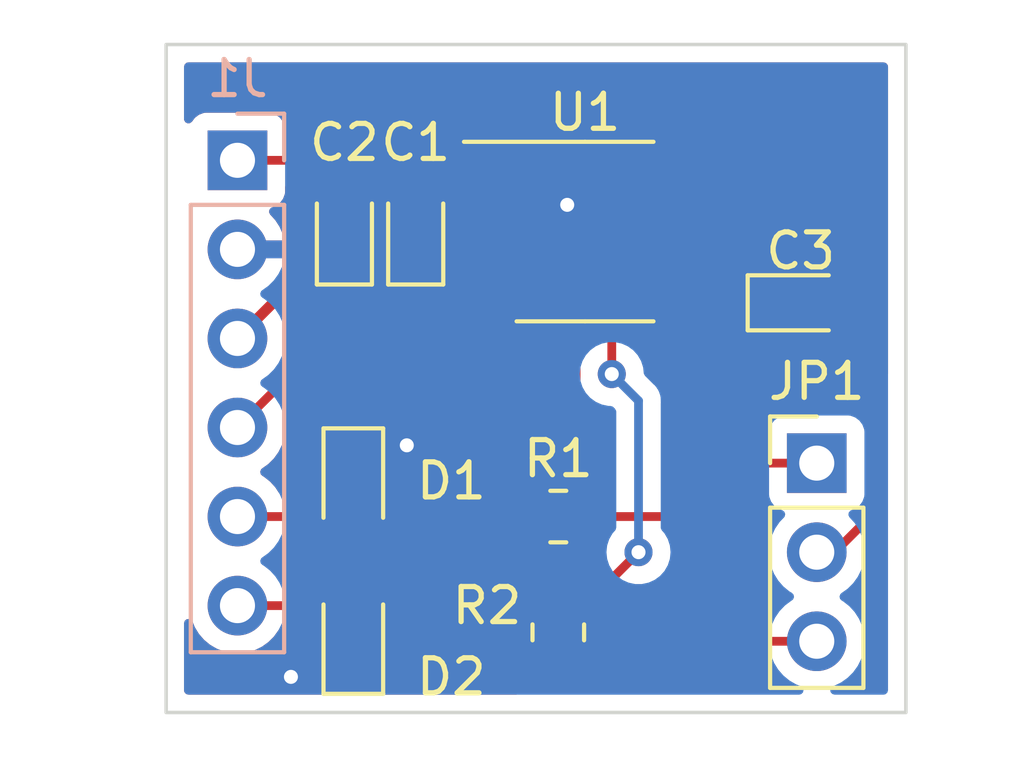
<source format=kicad_pcb>
(kicad_pcb (version 20211014) (generator pcbnew)
  (title_block (title "SDM Can Board") (date "2022-06-25") (rev "v1.0") (company "Sun Devil Motorsports Data Acquisition"))
  (layers (0 "F.Cu" signal) (31 "B.Cu" signal) (34 "B.Paste" user) (35 "F.Paste" user) (36 "B.SilkS" user "B.Silkscreen") (37 "F.SilkS" user "F.Silkscreen") (38 "B.Mask" user) (39 "F.Mask" user) (44 "Edge.Cuts" user))
  (net 0 "")
  (net 1 "+3V3")
  (net 2 "GND")
  (net 3 "/VREF")
  (net 4 "/CANL")
  (net 5 "/CANH")
  (net 6 "/CTX")
  (net 7 "/CRX")
  (net 8 "Net-(JP1-Pad1)")
  (net 9 "Net-(JP1-Pad3)")
  (footprint "Capacitor_Tantalum_SMD:CP_EIA-1608-08_AVX-J" (layer "F.Cu") (at 131.572 103.124 90)
    (fp_text reference "C1" (at 2.54 0 180) (layer "F.SilkS"))
    (fp_text value "100nF")
    (fp_line (start 0.8 -0.785) (end -1.51 -0.785) (layer "F.SilkS") (width 0.12))
    (fp_line (start -1.51 -0.785) (end -1.51 0.785) (layer "F.SilkS") (width 0.12))
    (fp_line (start -1.51 0.785) (end 0.8 0.785) (layer "F.SilkS") (width 0.12))
    (pad "1" smd roundrect (at -0.7125 0 90) (size 1.075 1.05) (layers "F.Cu" "F.Paste" "F.Mask") (roundrect_rratio 0.238095) (net 1 "+3V3"))
    (pad "2" smd roundrect (at 0.7125 0 90) (size 1.075 1.05) (layers "F.Cu" "F.Paste" "F.Mask") (roundrect_rratio 0.238095) (net 2 "GND"))
  )
  (footprint "Diode_SMD:D_SOD-323" (layer "F.Cu") (at 129.794 110.236 -90)
    (fp_text reference "D1" (at 0 -2.794 180) (layer "F.SilkS"))
    (fp_text value "D_TVS")
    (fp_line (start -1.5 -0.85) (end -1.5 0.85) (layer "F.SilkS") (width 0.12))
    (fp_line (start -1.5 0.85) (end 1.05 0.85) (layer "F.SilkS") (width 0.12))
    (fp_line (start -1.5 -0.85) (end 1.05 -0.85) (layer "F.SilkS") (width 0.12))
    (pad "1" smd rect (at -1.05 0 270) (size 0.6 0.45) (layers "F.Cu" "F.Paste" "F.Mask") (net 2 "GND"))
    (pad "2" smd rect (at 1.05 0 270) (size 0.6 0.45) (layers "F.Cu" "F.Paste" "F.Mask") (net 5 "/CANH"))
  )
  (footprint "Capacitor_Tantalum_SMD:CP_EIA-1608-08_AVX-J" (layer "F.Cu") (at 129.54 103.124 90)
    (fp_text reference "C2" (at 2.54 0 180) (layer "F.SilkS"))
    (fp_text value "100nF")
    (fp_line (start -1.51 -0.785) (end -1.51 0.785) (layer "F.SilkS") (width 0.12))
    (fp_line (start -1.51 0.785) (end 0.8 0.785) (layer "F.SilkS") (width 0.12))
    (fp_line (start 0.8 -0.785) (end -1.51 -0.785) (layer "F.SilkS") (width 0.12))
    (pad "1" smd roundrect (at -0.7125 0 90) (size 1.075 1.05) (layers "F.Cu" "F.Paste" "F.Mask") (roundrect_rratio 0.238095) (net 1 "+3V3"))
    (pad "2" smd roundrect (at 0.7125 0 90) (size 1.075 1.05) (layers "F.Cu" "F.Paste" "F.Mask") (roundrect_rratio 0.238095) (net 2 "GND"))
  )
  (footprint "Resistor_SMD:R_0805_2012Metric" (layer "F.Cu") (at 135.636 114.554 90)
    (fp_text reference "R2" (at 0.762 -2.032 180) (layer "F.SilkS"))
    (fp_text value "60")
    (fp_line (start -0.227064 -0.735) (end 0.227064 -0.735) (layer "F.SilkS") (width 0.12))
    (fp_line (start -0.227064 0.735) (end 0.227064 0.735) (layer "F.SilkS") (width 0.12))
    (pad "1" smd roundrect (at -0.9125 0 90) (size 1.025 1.4) (layers "F.Cu" "F.Paste" "F.Mask") (roundrect_rratio 0.243902) (net 9 "Net-(JP1-Pad3)"))
    (pad "2" smd roundrect (at 0.9125 0 90) (size 1.025 1.4) (layers "F.Cu" "F.Paste" "F.Mask") (roundrect_rratio 0.243902) (net 4 "/CANL"))
  )
  (footprint "Capacitor_Tantalum_SMD:CP_EIA-1608-08_AVX-J" (layer "F.Cu") (at 142.5435 105.156)
    (fp_text reference "C3" (at 0 -1.48) (layer "F.SilkS"))
    (fp_text value "4.7nF")
    (fp_line (start -1.51 0.785) (end 0.8 0.785) (layer "F.SilkS") (width 0.12))
    (fp_line (start 0.8 -0.785) (end -1.51 -0.785) (layer "F.SilkS") (width 0.12))
    (fp_line (start -1.51 -0.785) (end -1.51 0.785) (layer "F.SilkS") (width 0.12))
    (pad "1" smd roundrect (at -0.7125 0) (size 1.075 1.05) (layers "F.Cu" "F.Paste" "F.Mask") (roundrect_rratio 0.238095) (net 3 "/VREF"))
    (pad "2" smd roundrect (at 0.7125 0) (size 1.075 1.05) (layers "F.Cu" "F.Paste" "F.Mask") (roundrect_rratio 0.238095) (net 2 "GND"))
  )
  (footprint "Diode_SMD:D_SOD-323" (layer "F.Cu") (at 129.794 114.808 90)
    (fp_text reference "D2" (at -1.016 2.794 180) (layer "F.SilkS"))
    (fp_text value "D_TVS")
    (fp_line (start -1.5 -0.85) (end -1.5 0.85) (layer "F.SilkS") (width 0.12))
    (fp_line (start -1.5 -0.85) (end 1.05 -0.85) (layer "F.SilkS") (width 0.12))
    (fp_line (start -1.5 0.85) (end 1.05 0.85) (layer "F.SilkS") (width 0.12))
    (pad "1" smd rect (at -1.05 0 90) (size 0.6 0.45) (layers "F.Cu" "F.Paste" "F.Mask") (net 2 "GND"))
    (pad "2" smd rect (at 1.05 0 90) (size 0.6 0.45) (layers "F.Cu" "F.Paste" "F.Mask") (net 4 "/CANL"))
  )
  (footprint "Package_SO:SOIC-8_3.9x4.9mm_P1.27mm" (layer "F.Cu") (at 136.398 103.124)
    (fp_text reference "U1" (at 0 -3.4) (layer "F.SilkS"))
    (fp_text value "SN65HVD230")
    (fp_line (start 0 2.56) (end -1.95 2.56) (layer "F.SilkS") (width 0.12))
    (fp_line (start 0 2.56) (end 1.95 2.56) (layer "F.SilkS") (width 0.12))
    (fp_line (start 0 -2.56) (end -3.45 -2.56) (layer "F.SilkS") (width 0.12))
    (fp_line (start 0 -2.56) (end 1.95 -2.56) (layer "F.SilkS") (width 0.12))
    (pad "1" smd roundrect (at -2.475 -1.905) (size 1.95 0.6) (layers "F.Cu" "F.Paste" "F.Mask") (net 6 "/CTX"))
    (pad "2" smd roundrect (at -2.475 -0.635) (size 1.95 0.6) (layers "F.Cu" "F.Paste" "F.Mask") (net 2 "GND"))
    (pad "3" smd roundrect (at -2.475 0.635) (size 1.95 0.6) (layers "F.Cu" "F.Paste" "F.Mask") (net 1 "+3V3"))
    (pad "4" smd roundrect (at -2.475 1.905) (size 1.95 0.6) (layers "F.Cu" "F.Paste" "F.Mask") (net 7 "/CRX"))
    (pad "5" smd roundrect (at 2.475 1.905) (size 1.95 0.6) (layers "F.Cu" "F.Paste" "F.Mask") (net 3 "/VREF"))
    (pad "6" smd roundrect (at 2.475 0.635) (size 1.95 0.6) (layers "F.Cu" "F.Paste" "F.Mask") (net 4 "/CANL"))
    (pad "7" smd roundrect (at 2.475 -0.635) (size 1.95 0.6) (layers "F.Cu" "F.Paste" "F.Mask") (net 5 "/CANH"))
    (pad "8" smd roundrect (at 2.475 -1.905) (size 1.95 0.6) (layers "F.Cu" "F.Paste" "F.Mask") (net 2 "GND"))
  )
  (footprint "Resistor_SMD:R_0805_2012Metric" (layer "F.Cu") (at 135.636 111.252)
    (fp_text reference "R1" (at 0 -1.65) (layer "F.SilkS"))
    (fp_text value "60")
    (fp_line (start -0.227064 -0.735) (end 0.227064 -0.735) (layer "F.SilkS") (width 0.12))
    (fp_line (start -0.227064 0.735) (end 0.227064 0.735) (layer "F.SilkS") (width 0.12))
    (pad "1" smd roundrect (at -0.9125 0) (size 1.025 1.4) (layers "F.Cu" "F.Paste" "F.Mask") (roundrect_rratio 0.243902) (net 5 "/CANH"))
    (pad "2" smd roundrect (at 0.9125 0) (size 1.025 1.4) (layers "F.Cu" "F.Paste" "F.Mask") (roundrect_rratio 0.243902) (net 8 "Net-(JP1-Pad1)"))
  )
  (footprint "Connector_PinHeader_2.54mm:PinHeader_1x03_P2.54mm_Vertical" (layer "F.Cu") (at 143.002 109.728)
    (fp_text reference "JP1" (at 0 -2.33) (layer "F.SilkS"))
    (fp_text value "Jumper_3_Open")
    (fp_line (start -1.33 1.27) (end -1.33 6.41) (layer "F.SilkS") (width 0.12))
    (fp_line (start -1.33 -1.33) (end 0 -1.33) (layer "F.SilkS") (width 0.12))
    (fp_line (start -1.33 0) (end -1.33 -1.33) (layer "F.SilkS") (width 0.12))
    (fp_line (start -1.33 1.27) (end 1.33 1.27) (layer "F.SilkS") (width 0.12))
    (fp_line (start 1.33 1.27) (end 1.33 6.41) (layer "F.SilkS") (width 0.12))
    (fp_line (start -1.33 6.41) (end 1.33 6.41) (layer "F.SilkS") (width 0.12))
    (pad "1" thru_hole rect (at 0 0) (size 1.7 1.7) (drill 1) (layers *.Cu *.Mask) (net 8 "Net-(JP1-Pad1)"))
    (pad "2" thru_hole oval (at 0 2.54) (size 1.7 1.7) (drill 1) (layers *.Cu *.Mask) (net 3 "/VREF"))
    (pad "3" thru_hole oval (at 0 5.08) (size 1.7 1.7) (drill 1) (layers *.Cu *.Mask) (net 9 "Net-(JP1-Pad3)"))
  )
  (footprint "Connector_PinHeader_2.54mm:PinHeader_1x06_P2.54mm_Vertical" (layer "B.Cu") (at 126.492 101.092 180)
    (fp_text reference "J1" (at 0 2.33) (layer "B.SilkS") (effects (justify mirror)))
    (fp_text value "Conn_01x06_Male")
    (fp_line (start -1.33 0) (end -1.33 1.33) (layer "B.SilkS") (width 0.12))
    (fp_line (start -1.33 -1.27) (end 1.33 -1.27) (layer "B.SilkS") (width 0.12))
    (fp_line (start -1.33 -1.27) (end -1.33 -14.03) (layer "B.SilkS") (width 0.12))
    (fp_line (start 1.33 -1.27) (end 1.33 -14.03) (layer "B.SilkS") (width 0.12))
    (fp_line (start -1.33 -14.03) (end 1.33 -14.03) (layer "B.SilkS") (width 0.12))
    (fp_line (start -1.33 1.33) (end 0 1.33) (layer "B.SilkS") (width 0.12))
    (pad "1" thru_hole rect (at 0 0 180) (size 1.7 1.7) (drill 1) (layers *.Cu *.Mask) (net 6 "/CTX"))
    (pad "2" thru_hole oval (at 0 -2.54 180) (size 1.7 1.7) (drill 1) (layers *.Cu *.Mask) (net 2 "GND"))
    (pad "3" thru_hole oval (at 0 -5.08 180) (size 1.7 1.7) (drill 1) (layers *.Cu *.Mask) (net 1 "+3V3"))
    (pad "4" thru_hole oval (at 0 -7.62 180) (size 1.7 1.7) (drill 1) (layers *.Cu *.Mask) (net 7 "/CRX"))
    (pad "5" thru_hole oval (at 0 -10.16 180) (size 1.7 1.7) (drill 1) (layers *.Cu *.Mask) (net 5 "/CANH"))
    (pad "6" thru_hole oval (at 0 -12.7 180) (size 1.7 1.7) (drill 1) (layers *.Cu *.Mask) (net 4 "/CANL"))
  )
  (gr_rect (start 124.46 116.84) (end 145.542 97.79) (layer "Edge.Cuts") (width 0.1) (fill none))
  (segment (start 129.54 103.8365) (end 131.572 103.8365) (width 0.3) (layer "F.Cu") (net 1))
  (segment (start 131.572 103.8365) (end 133.8455 103.8365) (width 0.3) (layer "F.Cu") (net 1))
  (segment (start 126.492 106.172) (end 128.8275 103.8365) (width 0.3) (layer "F.Cu") (net 1))
  (segment (start 133.8455 103.8365) (end 133.923 103.759) (width 0.3) (layer "F.Cu") (net 1))
  (segment (start 128.8275 103.8365) (end 129.54 103.8365) (width 0.3) (layer "F.Cu") (net 1))
  (via (at 128.016 115.824) (size 0.8) (drill 0.4) (layers "F.Cu" "B.Cu") (net 2))
  (via (at 135.89 102.362) (size 0.8) (drill 0.4) (layers "F.Cu" "B.Cu") (net 2))
  (via (at 131.318 109.22) (size 0.8) (drill 0.4) (layers "F.Cu" "B.Cu") (net 2))
  (segment (start 138.873 105.029) (end 141.704 105.029) (width 0.25) (layer "F.Cu") (net 3))
  (segment (start 144.78 108.126383) (end 144.78 110.998) (width 0.25) (layer "F.Cu") (net 3))
  (segment (start 141.704 105.029) (end 141.831 105.156) (width 0.25) (layer "F.Cu") (net 3))
  (segment (start 141.831 105.156) (end 141.831 105.177383) (width 0.25) (layer "F.Cu") (net 3))
  (segment (start 144.78 110.998) (end 143.51 112.268) (width 0.25) (layer "F.Cu") (net 3))
  (segment (start 141.831 105.177383) (end 144.78 108.126383) (width 0.25) (layer "F.Cu") (net 3))
  (segment (start 143.51 112.268) (end 143.002 112.268) (width 0.25) (layer "F.Cu") (net 3))
  (segment (start 129.76 113.792) (end 129.794 113.758) (width 0.25) (layer "F.Cu") (net 4))
  (segment (start 135.5195 113.758) (end 135.636 113.6415) (width 0.25) (layer "F.Cu") (net 4))
  (segment (start 138.425538 103.759) (end 137.16 105.024538) (width 0.25) (layer "F.Cu") (net 4))
  (segment (start 136.5485 113.6415) (end 135.636 113.6415) (width 0.25) (layer "F.Cu") (net 4))
  (segment (start 138.873 103.759) (end 138.425538 103.759) (width 0.25) (layer "F.Cu") (net 4))
  (segment (start 126.492 113.792) (end 129.76 113.792) (width 0.25) (layer "F.Cu") (net 4))
  (segment (start 129.794 113.758) (end 135.5195 113.758) (width 0.25) (layer "F.Cu") (net 4))
  (segment (start 137.16 105.918) (end 137.16 107.188) (width 0.25) (layer "F.Cu") (net 4))
  (segment (start 137.922 112.268) (end 136.5485 113.6415) (width 0.25) (layer "F.Cu") (net 4))
  (segment (start 137.16 105.024538) (end 137.16 105.918) (width 0.25) (layer "F.Cu") (net 4))
  (via (at 137.922 112.268) (size 0.8) (drill 0.4) (layers "F.Cu" "B.Cu") (net 4))
  (via (at 137.16 107.188) (size 0.8) (drill 0.4) (layers "F.Cu" "B.Cu") (net 4))
  (segment (start 137.922 107.95) (end 137.922 112.268) (width 0.25) (layer "B.Cu") (net 4))
  (segment (start 137.16 107.188) (end 137.922 107.95) (width 0.25) (layer "B.Cu") (net 4))
  (segment (start 129.794 111.286) (end 131.86 111.286) (width 0.25) (layer "F.Cu") (net 5))
  (segment (start 129.76 111.252) (end 129.794 111.286) (width 0.25) (layer "F.Cu") (net 5))
  (segment (start 132.3 111.286) (end 136.144 107.442) (width 0.25) (layer "F.Cu") (net 5))
  (segment (start 136.144 107.442) (end 136.144 104.648) (width 0.25) (layer "F.Cu") (net 5))
  (segment (start 136.144 104.648) (end 138.303 102.489) (width 0.25) (layer "F.Cu") (net 5))
  (segment (start 126.492 111.252) (end 129.76 111.252) (width 0.25) (layer "F.Cu") (net 5))
  (segment (start 134.6895 111.286) (end 134.7235 111.252) (width 0.25) (layer "F.Cu") (net 5))
  (segment (start 131.86 111.286) (end 132.3 111.286) (width 0.25) (layer "F.Cu") (net 5))
  (segment (start 138.303 102.489) (end 138.873 102.489) (width 0.25) (layer "F.Cu") (net 5))
  (segment (start 131.86 111.286) (end 134.6895 111.286) (width 0.25) (layer "F.Cu") (net 5))
  (segment (start 133.796 101.092) (end 133.923 101.219) (width 0.25) (layer "F.Cu") (net 6))
  (segment (start 126.492 101.092) (end 133.796 101.092) (width 0.25) (layer "F.Cu") (net 6))
  (segment (start 131.51 107.442) (end 133.923 105.029) (width 0.25) (layer "F.Cu") (net 7))
  (segment (start 126.492 108.712) (end 127.762 107.442) (width 0.25) (layer "F.Cu") (net 7))
  (segment (start 127.762 107.442) (end 131.51 107.442) (width 0.25) (layer "F.Cu") (net 7))
  (segment (start 136.5485 111.252) (end 139.446 111.252) (width 0.25) (layer "F.Cu") (net 8))
  (segment (start 140.97 109.728) (end 143.002 109.728) (width 0.25) (layer "F.Cu") (net 8))
  (segment (start 139.446 111.252) (end 140.97 109.728) (width 0.25) (layer "F.Cu") (net 8))
  (segment (start 139.7 114.808) (end 143.002 114.808) (width 0.25) (layer "F.Cu") (net 9))
  (segment (start 135.636 115.4665) (end 139.0415 115.4665) (width 0.25) (layer "F.Cu") (net 9))
  (segment (start 139.0415 115.4665) (end 139.7 114.808) (width 0.25) (layer "F.Cu") (net 9))
  (zone (net 2) (net_name "GND") (layers F&B.Cu) (connect_pads (clearance 0.508)) (min_thickness 0.254) (fill yes (thermal_gap 0.508) (thermal_bridge_width 0.508))
    (polygon (pts (xy 146.558 118.11) (xy 123.19 118.364) (xy 123.444 96.774) (xy 147.066 96.52)))
  )
)
</source>
